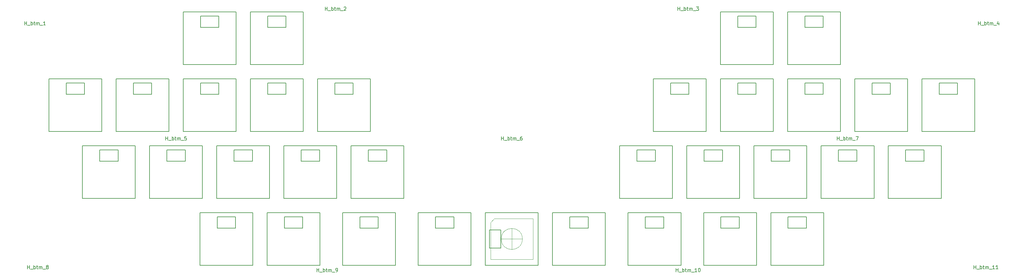
<source format=gbr>
G04 #@! TF.GenerationSoftware,KiCad,Pcbnew,8.0.5*
G04 #@! TF.CreationDate,2024-09-18T06:09:18+09:00*
G04 #@! TF.ProjectId,SandyLP_Base,53616e64-794c-4505-9f42-6173652e6b69,v.0*
G04 #@! TF.SameCoordinates,Original*
G04 #@! TF.FileFunction,AssemblyDrawing,Top*
%FSLAX46Y46*%
G04 Gerber Fmt 4.6, Leading zero omitted, Abs format (unit mm)*
G04 Created by KiCad (PCBNEW 8.0.5) date 2024-09-18 06:09:18*
%MOMM*%
%LPD*%
G01*
G04 APERTURE LIST*
%ADD10C,0.150000*%
%ADD11C,0.120000*%
G04 APERTURE END LIST*
D10*
X20967363Y-42295724D02*
X20967363Y-41295724D01*
X20967363Y-41771914D02*
X21538791Y-41771914D01*
X21538791Y-42295724D02*
X21538791Y-41295724D01*
X21776887Y-42390962D02*
X22538791Y-42390962D01*
X22776887Y-42295724D02*
X22776887Y-41295724D01*
X22776887Y-41676676D02*
X22872125Y-41629057D01*
X22872125Y-41629057D02*
X23062601Y-41629057D01*
X23062601Y-41629057D02*
X23157839Y-41676676D01*
X23157839Y-41676676D02*
X23205458Y-41724295D01*
X23205458Y-41724295D02*
X23253077Y-41819533D01*
X23253077Y-41819533D02*
X23253077Y-42105247D01*
X23253077Y-42105247D02*
X23205458Y-42200485D01*
X23205458Y-42200485D02*
X23157839Y-42248105D01*
X23157839Y-42248105D02*
X23062601Y-42295724D01*
X23062601Y-42295724D02*
X22872125Y-42295724D01*
X22872125Y-42295724D02*
X22776887Y-42248105D01*
X23538792Y-41629057D02*
X23919744Y-41629057D01*
X23681649Y-41295724D02*
X23681649Y-42152866D01*
X23681649Y-42152866D02*
X23729268Y-42248105D01*
X23729268Y-42248105D02*
X23824506Y-42295724D01*
X23824506Y-42295724D02*
X23919744Y-42295724D01*
X24253078Y-42295724D02*
X24253078Y-41629057D01*
X24253078Y-41724295D02*
X24300697Y-41676676D01*
X24300697Y-41676676D02*
X24395935Y-41629057D01*
X24395935Y-41629057D02*
X24538792Y-41629057D01*
X24538792Y-41629057D02*
X24634030Y-41676676D01*
X24634030Y-41676676D02*
X24681649Y-41771914D01*
X24681649Y-41771914D02*
X24681649Y-42295724D01*
X24681649Y-41771914D02*
X24729268Y-41676676D01*
X24729268Y-41676676D02*
X24824506Y-41629057D01*
X24824506Y-41629057D02*
X24967363Y-41629057D01*
X24967363Y-41629057D02*
X25062602Y-41676676D01*
X25062602Y-41676676D02*
X25110221Y-41771914D01*
X25110221Y-41771914D02*
X25110221Y-42295724D01*
X25348316Y-42390962D02*
X26110220Y-42390962D01*
X26872125Y-42295724D02*
X26300697Y-42295724D01*
X26586411Y-42295724D02*
X26586411Y-41295724D01*
X26586411Y-41295724D02*
X26491173Y-41438581D01*
X26491173Y-41438581D02*
X26395935Y-41533819D01*
X26395935Y-41533819D02*
X26300697Y-41581438D01*
X106236113Y-38173849D02*
X106236113Y-37173849D01*
X106236113Y-37650039D02*
X106807541Y-37650039D01*
X106807541Y-38173849D02*
X106807541Y-37173849D01*
X107045637Y-38269087D02*
X107807541Y-38269087D01*
X108045637Y-38173849D02*
X108045637Y-37173849D01*
X108045637Y-37554801D02*
X108140875Y-37507182D01*
X108140875Y-37507182D02*
X108331351Y-37507182D01*
X108331351Y-37507182D02*
X108426589Y-37554801D01*
X108426589Y-37554801D02*
X108474208Y-37602420D01*
X108474208Y-37602420D02*
X108521827Y-37697658D01*
X108521827Y-37697658D02*
X108521827Y-37983372D01*
X108521827Y-37983372D02*
X108474208Y-38078610D01*
X108474208Y-38078610D02*
X108426589Y-38126230D01*
X108426589Y-38126230D02*
X108331351Y-38173849D01*
X108331351Y-38173849D02*
X108140875Y-38173849D01*
X108140875Y-38173849D02*
X108045637Y-38126230D01*
X108807542Y-37507182D02*
X109188494Y-37507182D01*
X108950399Y-37173849D02*
X108950399Y-38030991D01*
X108950399Y-38030991D02*
X108998018Y-38126230D01*
X108998018Y-38126230D02*
X109093256Y-38173849D01*
X109093256Y-38173849D02*
X109188494Y-38173849D01*
X109521828Y-38173849D02*
X109521828Y-37507182D01*
X109521828Y-37602420D02*
X109569447Y-37554801D01*
X109569447Y-37554801D02*
X109664685Y-37507182D01*
X109664685Y-37507182D02*
X109807542Y-37507182D01*
X109807542Y-37507182D02*
X109902780Y-37554801D01*
X109902780Y-37554801D02*
X109950399Y-37650039D01*
X109950399Y-37650039D02*
X109950399Y-38173849D01*
X109950399Y-37650039D02*
X109998018Y-37554801D01*
X109998018Y-37554801D02*
X110093256Y-37507182D01*
X110093256Y-37507182D02*
X110236113Y-37507182D01*
X110236113Y-37507182D02*
X110331352Y-37554801D01*
X110331352Y-37554801D02*
X110378971Y-37650039D01*
X110378971Y-37650039D02*
X110378971Y-38173849D01*
X110617066Y-38269087D02*
X111378970Y-38269087D01*
X111569447Y-37269087D02*
X111617066Y-37221468D01*
X111617066Y-37221468D02*
X111712304Y-37173849D01*
X111712304Y-37173849D02*
X111950399Y-37173849D01*
X111950399Y-37173849D02*
X112045637Y-37221468D01*
X112045637Y-37221468D02*
X112093256Y-37269087D01*
X112093256Y-37269087D02*
X112140875Y-37364325D01*
X112140875Y-37364325D02*
X112140875Y-37459563D01*
X112140875Y-37459563D02*
X112093256Y-37602420D01*
X112093256Y-37602420D02*
X111521828Y-38173849D01*
X111521828Y-38173849D02*
X112140875Y-38173849D01*
X206248613Y-38173849D02*
X206248613Y-37173849D01*
X206248613Y-37650039D02*
X206820041Y-37650039D01*
X206820041Y-38173849D02*
X206820041Y-37173849D01*
X207058137Y-38269087D02*
X207820041Y-38269087D01*
X208058137Y-38173849D02*
X208058137Y-37173849D01*
X208058137Y-37554801D02*
X208153375Y-37507182D01*
X208153375Y-37507182D02*
X208343851Y-37507182D01*
X208343851Y-37507182D02*
X208439089Y-37554801D01*
X208439089Y-37554801D02*
X208486708Y-37602420D01*
X208486708Y-37602420D02*
X208534327Y-37697658D01*
X208534327Y-37697658D02*
X208534327Y-37983372D01*
X208534327Y-37983372D02*
X208486708Y-38078610D01*
X208486708Y-38078610D02*
X208439089Y-38126230D01*
X208439089Y-38126230D02*
X208343851Y-38173849D01*
X208343851Y-38173849D02*
X208153375Y-38173849D01*
X208153375Y-38173849D02*
X208058137Y-38126230D01*
X208820042Y-37507182D02*
X209200994Y-37507182D01*
X208962899Y-37173849D02*
X208962899Y-38030991D01*
X208962899Y-38030991D02*
X209010518Y-38126230D01*
X209010518Y-38126230D02*
X209105756Y-38173849D01*
X209105756Y-38173849D02*
X209200994Y-38173849D01*
X209534328Y-38173849D02*
X209534328Y-37507182D01*
X209534328Y-37602420D02*
X209581947Y-37554801D01*
X209581947Y-37554801D02*
X209677185Y-37507182D01*
X209677185Y-37507182D02*
X209820042Y-37507182D01*
X209820042Y-37507182D02*
X209915280Y-37554801D01*
X209915280Y-37554801D02*
X209962899Y-37650039D01*
X209962899Y-37650039D02*
X209962899Y-38173849D01*
X209962899Y-37650039D02*
X210010518Y-37554801D01*
X210010518Y-37554801D02*
X210105756Y-37507182D01*
X210105756Y-37507182D02*
X210248613Y-37507182D01*
X210248613Y-37507182D02*
X210343852Y-37554801D01*
X210343852Y-37554801D02*
X210391471Y-37650039D01*
X210391471Y-37650039D02*
X210391471Y-38173849D01*
X210629566Y-38269087D02*
X211391470Y-38269087D01*
X211534328Y-37173849D02*
X212153375Y-37173849D01*
X212153375Y-37173849D02*
X211820042Y-37554801D01*
X211820042Y-37554801D02*
X211962899Y-37554801D01*
X211962899Y-37554801D02*
X212058137Y-37602420D01*
X212058137Y-37602420D02*
X212105756Y-37650039D01*
X212105756Y-37650039D02*
X212153375Y-37745277D01*
X212153375Y-37745277D02*
X212153375Y-37983372D01*
X212153375Y-37983372D02*
X212105756Y-38078610D01*
X212105756Y-38078610D02*
X212058137Y-38126230D01*
X212058137Y-38126230D02*
X211962899Y-38173849D01*
X211962899Y-38173849D02*
X211677185Y-38173849D01*
X211677185Y-38173849D02*
X211581947Y-38126230D01*
X211581947Y-38126230D02*
X211534328Y-38078610D01*
X291517363Y-42295724D02*
X291517363Y-41295724D01*
X291517363Y-41771914D02*
X292088791Y-41771914D01*
X292088791Y-42295724D02*
X292088791Y-41295724D01*
X292326887Y-42390962D02*
X293088791Y-42390962D01*
X293326887Y-42295724D02*
X293326887Y-41295724D01*
X293326887Y-41676676D02*
X293422125Y-41629057D01*
X293422125Y-41629057D02*
X293612601Y-41629057D01*
X293612601Y-41629057D02*
X293707839Y-41676676D01*
X293707839Y-41676676D02*
X293755458Y-41724295D01*
X293755458Y-41724295D02*
X293803077Y-41819533D01*
X293803077Y-41819533D02*
X293803077Y-42105247D01*
X293803077Y-42105247D02*
X293755458Y-42200485D01*
X293755458Y-42200485D02*
X293707839Y-42248105D01*
X293707839Y-42248105D02*
X293612601Y-42295724D01*
X293612601Y-42295724D02*
X293422125Y-42295724D01*
X293422125Y-42295724D02*
X293326887Y-42248105D01*
X294088792Y-41629057D02*
X294469744Y-41629057D01*
X294231649Y-41295724D02*
X294231649Y-42152866D01*
X294231649Y-42152866D02*
X294279268Y-42248105D01*
X294279268Y-42248105D02*
X294374506Y-42295724D01*
X294374506Y-42295724D02*
X294469744Y-42295724D01*
X294803078Y-42295724D02*
X294803078Y-41629057D01*
X294803078Y-41724295D02*
X294850697Y-41676676D01*
X294850697Y-41676676D02*
X294945935Y-41629057D01*
X294945935Y-41629057D02*
X295088792Y-41629057D01*
X295088792Y-41629057D02*
X295184030Y-41676676D01*
X295184030Y-41676676D02*
X295231649Y-41771914D01*
X295231649Y-41771914D02*
X295231649Y-42295724D01*
X295231649Y-41771914D02*
X295279268Y-41676676D01*
X295279268Y-41676676D02*
X295374506Y-41629057D01*
X295374506Y-41629057D02*
X295517363Y-41629057D01*
X295517363Y-41629057D02*
X295612602Y-41676676D01*
X295612602Y-41676676D02*
X295660221Y-41771914D01*
X295660221Y-41771914D02*
X295660221Y-42295724D01*
X295898316Y-42390962D02*
X296660220Y-42390962D01*
X297326887Y-41629057D02*
X297326887Y-42295724D01*
X297088792Y-41248105D02*
X296850697Y-41962390D01*
X296850697Y-41962390D02*
X297469744Y-41962390D01*
X103854863Y-112542599D02*
X103854863Y-111542599D01*
X103854863Y-112018789D02*
X104426291Y-112018789D01*
X104426291Y-112542599D02*
X104426291Y-111542599D01*
X104664387Y-112637837D02*
X105426291Y-112637837D01*
X105664387Y-112542599D02*
X105664387Y-111542599D01*
X105664387Y-111923551D02*
X105759625Y-111875932D01*
X105759625Y-111875932D02*
X105950101Y-111875932D01*
X105950101Y-111875932D02*
X106045339Y-111923551D01*
X106045339Y-111923551D02*
X106092958Y-111971170D01*
X106092958Y-111971170D02*
X106140577Y-112066408D01*
X106140577Y-112066408D02*
X106140577Y-112352122D01*
X106140577Y-112352122D02*
X106092958Y-112447360D01*
X106092958Y-112447360D02*
X106045339Y-112494980D01*
X106045339Y-112494980D02*
X105950101Y-112542599D01*
X105950101Y-112542599D02*
X105759625Y-112542599D01*
X105759625Y-112542599D02*
X105664387Y-112494980D01*
X106426292Y-111875932D02*
X106807244Y-111875932D01*
X106569149Y-111542599D02*
X106569149Y-112399741D01*
X106569149Y-112399741D02*
X106616768Y-112494980D01*
X106616768Y-112494980D02*
X106712006Y-112542599D01*
X106712006Y-112542599D02*
X106807244Y-112542599D01*
X107140578Y-112542599D02*
X107140578Y-111875932D01*
X107140578Y-111971170D02*
X107188197Y-111923551D01*
X107188197Y-111923551D02*
X107283435Y-111875932D01*
X107283435Y-111875932D02*
X107426292Y-111875932D01*
X107426292Y-111875932D02*
X107521530Y-111923551D01*
X107521530Y-111923551D02*
X107569149Y-112018789D01*
X107569149Y-112018789D02*
X107569149Y-112542599D01*
X107569149Y-112018789D02*
X107616768Y-111923551D01*
X107616768Y-111923551D02*
X107712006Y-111875932D01*
X107712006Y-111875932D02*
X107854863Y-111875932D01*
X107854863Y-111875932D02*
X107950102Y-111923551D01*
X107950102Y-111923551D02*
X107997721Y-112018789D01*
X107997721Y-112018789D02*
X107997721Y-112542599D01*
X108235816Y-112637837D02*
X108997720Y-112637837D01*
X109283435Y-112542599D02*
X109473911Y-112542599D01*
X109473911Y-112542599D02*
X109569149Y-112494980D01*
X109569149Y-112494980D02*
X109616768Y-112447360D01*
X109616768Y-112447360D02*
X109712006Y-112304503D01*
X109712006Y-112304503D02*
X109759625Y-112114027D01*
X109759625Y-112114027D02*
X109759625Y-111733075D01*
X109759625Y-111733075D02*
X109712006Y-111637837D01*
X109712006Y-111637837D02*
X109664387Y-111590218D01*
X109664387Y-111590218D02*
X109569149Y-111542599D01*
X109569149Y-111542599D02*
X109378673Y-111542599D01*
X109378673Y-111542599D02*
X109283435Y-111590218D01*
X109283435Y-111590218D02*
X109235816Y-111637837D01*
X109235816Y-111637837D02*
X109188197Y-111733075D01*
X109188197Y-111733075D02*
X109188197Y-111971170D01*
X109188197Y-111971170D02*
X109235816Y-112066408D01*
X109235816Y-112066408D02*
X109283435Y-112114027D01*
X109283435Y-112114027D02*
X109378673Y-112161646D01*
X109378673Y-112161646D02*
X109569149Y-112161646D01*
X109569149Y-112161646D02*
X109664387Y-112114027D01*
X109664387Y-112114027D02*
X109712006Y-112066408D01*
X109712006Y-112066408D02*
X109759625Y-111971170D01*
X21767363Y-111742599D02*
X21767363Y-110742599D01*
X21767363Y-111218789D02*
X22338791Y-111218789D01*
X22338791Y-111742599D02*
X22338791Y-110742599D01*
X22576887Y-111837837D02*
X23338791Y-111837837D01*
X23576887Y-111742599D02*
X23576887Y-110742599D01*
X23576887Y-111123551D02*
X23672125Y-111075932D01*
X23672125Y-111075932D02*
X23862601Y-111075932D01*
X23862601Y-111075932D02*
X23957839Y-111123551D01*
X23957839Y-111123551D02*
X24005458Y-111171170D01*
X24005458Y-111171170D02*
X24053077Y-111266408D01*
X24053077Y-111266408D02*
X24053077Y-111552122D01*
X24053077Y-111552122D02*
X24005458Y-111647360D01*
X24005458Y-111647360D02*
X23957839Y-111694980D01*
X23957839Y-111694980D02*
X23862601Y-111742599D01*
X23862601Y-111742599D02*
X23672125Y-111742599D01*
X23672125Y-111742599D02*
X23576887Y-111694980D01*
X24338792Y-111075932D02*
X24719744Y-111075932D01*
X24481649Y-110742599D02*
X24481649Y-111599741D01*
X24481649Y-111599741D02*
X24529268Y-111694980D01*
X24529268Y-111694980D02*
X24624506Y-111742599D01*
X24624506Y-111742599D02*
X24719744Y-111742599D01*
X25053078Y-111742599D02*
X25053078Y-111075932D01*
X25053078Y-111171170D02*
X25100697Y-111123551D01*
X25100697Y-111123551D02*
X25195935Y-111075932D01*
X25195935Y-111075932D02*
X25338792Y-111075932D01*
X25338792Y-111075932D02*
X25434030Y-111123551D01*
X25434030Y-111123551D02*
X25481649Y-111218789D01*
X25481649Y-111218789D02*
X25481649Y-111742599D01*
X25481649Y-111218789D02*
X25529268Y-111123551D01*
X25529268Y-111123551D02*
X25624506Y-111075932D01*
X25624506Y-111075932D02*
X25767363Y-111075932D01*
X25767363Y-111075932D02*
X25862602Y-111123551D01*
X25862602Y-111123551D02*
X25910221Y-111218789D01*
X25910221Y-111218789D02*
X25910221Y-111742599D01*
X26148316Y-111837837D02*
X26910220Y-111837837D01*
X27291173Y-111171170D02*
X27195935Y-111123551D01*
X27195935Y-111123551D02*
X27148316Y-111075932D01*
X27148316Y-111075932D02*
X27100697Y-110980694D01*
X27100697Y-110980694D02*
X27100697Y-110933075D01*
X27100697Y-110933075D02*
X27148316Y-110837837D01*
X27148316Y-110837837D02*
X27195935Y-110790218D01*
X27195935Y-110790218D02*
X27291173Y-110742599D01*
X27291173Y-110742599D02*
X27481649Y-110742599D01*
X27481649Y-110742599D02*
X27576887Y-110790218D01*
X27576887Y-110790218D02*
X27624506Y-110837837D01*
X27624506Y-110837837D02*
X27672125Y-110933075D01*
X27672125Y-110933075D02*
X27672125Y-110980694D01*
X27672125Y-110980694D02*
X27624506Y-111075932D01*
X27624506Y-111075932D02*
X27576887Y-111123551D01*
X27576887Y-111123551D02*
X27481649Y-111171170D01*
X27481649Y-111171170D02*
X27291173Y-111171170D01*
X27291173Y-111171170D02*
X27195935Y-111218789D01*
X27195935Y-111218789D02*
X27148316Y-111266408D01*
X27148316Y-111266408D02*
X27100697Y-111361646D01*
X27100697Y-111361646D02*
X27100697Y-111552122D01*
X27100697Y-111552122D02*
X27148316Y-111647360D01*
X27148316Y-111647360D02*
X27195935Y-111694980D01*
X27195935Y-111694980D02*
X27291173Y-111742599D01*
X27291173Y-111742599D02*
X27481649Y-111742599D01*
X27481649Y-111742599D02*
X27576887Y-111694980D01*
X27576887Y-111694980D02*
X27624506Y-111647360D01*
X27624506Y-111647360D02*
X27672125Y-111552122D01*
X27672125Y-111552122D02*
X27672125Y-111361646D01*
X27672125Y-111361646D02*
X27624506Y-111266408D01*
X27624506Y-111266408D02*
X27576887Y-111218789D01*
X27576887Y-111218789D02*
X27481649Y-111171170D01*
X290241173Y-111742599D02*
X290241173Y-110742599D01*
X290241173Y-111218789D02*
X290812601Y-111218789D01*
X290812601Y-111742599D02*
X290812601Y-110742599D01*
X291050697Y-111837837D02*
X291812601Y-111837837D01*
X292050697Y-111742599D02*
X292050697Y-110742599D01*
X292050697Y-111123551D02*
X292145935Y-111075932D01*
X292145935Y-111075932D02*
X292336411Y-111075932D01*
X292336411Y-111075932D02*
X292431649Y-111123551D01*
X292431649Y-111123551D02*
X292479268Y-111171170D01*
X292479268Y-111171170D02*
X292526887Y-111266408D01*
X292526887Y-111266408D02*
X292526887Y-111552122D01*
X292526887Y-111552122D02*
X292479268Y-111647360D01*
X292479268Y-111647360D02*
X292431649Y-111694980D01*
X292431649Y-111694980D02*
X292336411Y-111742599D01*
X292336411Y-111742599D02*
X292145935Y-111742599D01*
X292145935Y-111742599D02*
X292050697Y-111694980D01*
X292812602Y-111075932D02*
X293193554Y-111075932D01*
X292955459Y-110742599D02*
X292955459Y-111599741D01*
X292955459Y-111599741D02*
X293003078Y-111694980D01*
X293003078Y-111694980D02*
X293098316Y-111742599D01*
X293098316Y-111742599D02*
X293193554Y-111742599D01*
X293526888Y-111742599D02*
X293526888Y-111075932D01*
X293526888Y-111171170D02*
X293574507Y-111123551D01*
X293574507Y-111123551D02*
X293669745Y-111075932D01*
X293669745Y-111075932D02*
X293812602Y-111075932D01*
X293812602Y-111075932D02*
X293907840Y-111123551D01*
X293907840Y-111123551D02*
X293955459Y-111218789D01*
X293955459Y-111218789D02*
X293955459Y-111742599D01*
X293955459Y-111218789D02*
X294003078Y-111123551D01*
X294003078Y-111123551D02*
X294098316Y-111075932D01*
X294098316Y-111075932D02*
X294241173Y-111075932D01*
X294241173Y-111075932D02*
X294336412Y-111123551D01*
X294336412Y-111123551D02*
X294384031Y-111218789D01*
X294384031Y-111218789D02*
X294384031Y-111742599D01*
X294622126Y-111837837D02*
X295384030Y-111837837D01*
X296145935Y-111742599D02*
X295574507Y-111742599D01*
X295860221Y-111742599D02*
X295860221Y-110742599D01*
X295860221Y-110742599D02*
X295764983Y-110885456D01*
X295764983Y-110885456D02*
X295669745Y-110980694D01*
X295669745Y-110980694D02*
X295574507Y-111028313D01*
X297098316Y-111742599D02*
X296526888Y-111742599D01*
X296812602Y-111742599D02*
X296812602Y-110742599D01*
X296812602Y-110742599D02*
X296717364Y-110885456D01*
X296717364Y-110885456D02*
X296622126Y-110980694D01*
X296622126Y-110980694D02*
X296526888Y-111028313D01*
X60992363Y-75083224D02*
X60992363Y-74083224D01*
X60992363Y-74559414D02*
X61563791Y-74559414D01*
X61563791Y-75083224D02*
X61563791Y-74083224D01*
X61801887Y-75178462D02*
X62563791Y-75178462D01*
X62801887Y-75083224D02*
X62801887Y-74083224D01*
X62801887Y-74464176D02*
X62897125Y-74416557D01*
X62897125Y-74416557D02*
X63087601Y-74416557D01*
X63087601Y-74416557D02*
X63182839Y-74464176D01*
X63182839Y-74464176D02*
X63230458Y-74511795D01*
X63230458Y-74511795D02*
X63278077Y-74607033D01*
X63278077Y-74607033D02*
X63278077Y-74892747D01*
X63278077Y-74892747D02*
X63230458Y-74987985D01*
X63230458Y-74987985D02*
X63182839Y-75035605D01*
X63182839Y-75035605D02*
X63087601Y-75083224D01*
X63087601Y-75083224D02*
X62897125Y-75083224D01*
X62897125Y-75083224D02*
X62801887Y-75035605D01*
X63563792Y-74416557D02*
X63944744Y-74416557D01*
X63706649Y-74083224D02*
X63706649Y-74940366D01*
X63706649Y-74940366D02*
X63754268Y-75035605D01*
X63754268Y-75035605D02*
X63849506Y-75083224D01*
X63849506Y-75083224D02*
X63944744Y-75083224D01*
X64278078Y-75083224D02*
X64278078Y-74416557D01*
X64278078Y-74511795D02*
X64325697Y-74464176D01*
X64325697Y-74464176D02*
X64420935Y-74416557D01*
X64420935Y-74416557D02*
X64563792Y-74416557D01*
X64563792Y-74416557D02*
X64659030Y-74464176D01*
X64659030Y-74464176D02*
X64706649Y-74559414D01*
X64706649Y-74559414D02*
X64706649Y-75083224D01*
X64706649Y-74559414D02*
X64754268Y-74464176D01*
X64754268Y-74464176D02*
X64849506Y-74416557D01*
X64849506Y-74416557D02*
X64992363Y-74416557D01*
X64992363Y-74416557D02*
X65087602Y-74464176D01*
X65087602Y-74464176D02*
X65135221Y-74559414D01*
X65135221Y-74559414D02*
X65135221Y-75083224D01*
X65373316Y-75178462D02*
X66135220Y-75178462D01*
X66849506Y-74083224D02*
X66373316Y-74083224D01*
X66373316Y-74083224D02*
X66325697Y-74559414D01*
X66325697Y-74559414D02*
X66373316Y-74511795D01*
X66373316Y-74511795D02*
X66468554Y-74464176D01*
X66468554Y-74464176D02*
X66706649Y-74464176D01*
X66706649Y-74464176D02*
X66801887Y-74511795D01*
X66801887Y-74511795D02*
X66849506Y-74559414D01*
X66849506Y-74559414D02*
X66897125Y-74654652D01*
X66897125Y-74654652D02*
X66897125Y-74892747D01*
X66897125Y-74892747D02*
X66849506Y-74987985D01*
X66849506Y-74987985D02*
X66801887Y-75035605D01*
X66801887Y-75035605D02*
X66706649Y-75083224D01*
X66706649Y-75083224D02*
X66468554Y-75083224D01*
X66468554Y-75083224D02*
X66373316Y-75035605D01*
X66373316Y-75035605D02*
X66325697Y-74987985D01*
X251492363Y-75083224D02*
X251492363Y-74083224D01*
X251492363Y-74559414D02*
X252063791Y-74559414D01*
X252063791Y-75083224D02*
X252063791Y-74083224D01*
X252301887Y-75178462D02*
X253063791Y-75178462D01*
X253301887Y-75083224D02*
X253301887Y-74083224D01*
X253301887Y-74464176D02*
X253397125Y-74416557D01*
X253397125Y-74416557D02*
X253587601Y-74416557D01*
X253587601Y-74416557D02*
X253682839Y-74464176D01*
X253682839Y-74464176D02*
X253730458Y-74511795D01*
X253730458Y-74511795D02*
X253778077Y-74607033D01*
X253778077Y-74607033D02*
X253778077Y-74892747D01*
X253778077Y-74892747D02*
X253730458Y-74987985D01*
X253730458Y-74987985D02*
X253682839Y-75035605D01*
X253682839Y-75035605D02*
X253587601Y-75083224D01*
X253587601Y-75083224D02*
X253397125Y-75083224D01*
X253397125Y-75083224D02*
X253301887Y-75035605D01*
X254063792Y-74416557D02*
X254444744Y-74416557D01*
X254206649Y-74083224D02*
X254206649Y-74940366D01*
X254206649Y-74940366D02*
X254254268Y-75035605D01*
X254254268Y-75035605D02*
X254349506Y-75083224D01*
X254349506Y-75083224D02*
X254444744Y-75083224D01*
X254778078Y-75083224D02*
X254778078Y-74416557D01*
X254778078Y-74511795D02*
X254825697Y-74464176D01*
X254825697Y-74464176D02*
X254920935Y-74416557D01*
X254920935Y-74416557D02*
X255063792Y-74416557D01*
X255063792Y-74416557D02*
X255159030Y-74464176D01*
X255159030Y-74464176D02*
X255206649Y-74559414D01*
X255206649Y-74559414D02*
X255206649Y-75083224D01*
X255206649Y-74559414D02*
X255254268Y-74464176D01*
X255254268Y-74464176D02*
X255349506Y-74416557D01*
X255349506Y-74416557D02*
X255492363Y-74416557D01*
X255492363Y-74416557D02*
X255587602Y-74464176D01*
X255587602Y-74464176D02*
X255635221Y-74559414D01*
X255635221Y-74559414D02*
X255635221Y-75083224D01*
X255873316Y-75178462D02*
X256635220Y-75178462D01*
X256778078Y-74083224D02*
X257444744Y-74083224D01*
X257444744Y-74083224D02*
X257016173Y-75083224D01*
X156242363Y-75083224D02*
X156242363Y-74083224D01*
X156242363Y-74559414D02*
X156813791Y-74559414D01*
X156813791Y-75083224D02*
X156813791Y-74083224D01*
X157051887Y-75178462D02*
X157813791Y-75178462D01*
X158051887Y-75083224D02*
X158051887Y-74083224D01*
X158051887Y-74464176D02*
X158147125Y-74416557D01*
X158147125Y-74416557D02*
X158337601Y-74416557D01*
X158337601Y-74416557D02*
X158432839Y-74464176D01*
X158432839Y-74464176D02*
X158480458Y-74511795D01*
X158480458Y-74511795D02*
X158528077Y-74607033D01*
X158528077Y-74607033D02*
X158528077Y-74892747D01*
X158528077Y-74892747D02*
X158480458Y-74987985D01*
X158480458Y-74987985D02*
X158432839Y-75035605D01*
X158432839Y-75035605D02*
X158337601Y-75083224D01*
X158337601Y-75083224D02*
X158147125Y-75083224D01*
X158147125Y-75083224D02*
X158051887Y-75035605D01*
X158813792Y-74416557D02*
X159194744Y-74416557D01*
X158956649Y-74083224D02*
X158956649Y-74940366D01*
X158956649Y-74940366D02*
X159004268Y-75035605D01*
X159004268Y-75035605D02*
X159099506Y-75083224D01*
X159099506Y-75083224D02*
X159194744Y-75083224D01*
X159528078Y-75083224D02*
X159528078Y-74416557D01*
X159528078Y-74511795D02*
X159575697Y-74464176D01*
X159575697Y-74464176D02*
X159670935Y-74416557D01*
X159670935Y-74416557D02*
X159813792Y-74416557D01*
X159813792Y-74416557D02*
X159909030Y-74464176D01*
X159909030Y-74464176D02*
X159956649Y-74559414D01*
X159956649Y-74559414D02*
X159956649Y-75083224D01*
X159956649Y-74559414D02*
X160004268Y-74464176D01*
X160004268Y-74464176D02*
X160099506Y-74416557D01*
X160099506Y-74416557D02*
X160242363Y-74416557D01*
X160242363Y-74416557D02*
X160337602Y-74464176D01*
X160337602Y-74464176D02*
X160385221Y-74559414D01*
X160385221Y-74559414D02*
X160385221Y-75083224D01*
X160623316Y-75178462D02*
X161385220Y-75178462D01*
X162051887Y-74083224D02*
X161861411Y-74083224D01*
X161861411Y-74083224D02*
X161766173Y-74130843D01*
X161766173Y-74130843D02*
X161718554Y-74178462D01*
X161718554Y-74178462D02*
X161623316Y-74321319D01*
X161623316Y-74321319D02*
X161575697Y-74511795D01*
X161575697Y-74511795D02*
X161575697Y-74892747D01*
X161575697Y-74892747D02*
X161623316Y-74987985D01*
X161623316Y-74987985D02*
X161670935Y-75035605D01*
X161670935Y-75035605D02*
X161766173Y-75083224D01*
X161766173Y-75083224D02*
X161956649Y-75083224D01*
X161956649Y-75083224D02*
X162051887Y-75035605D01*
X162051887Y-75035605D02*
X162099506Y-74987985D01*
X162099506Y-74987985D02*
X162147125Y-74892747D01*
X162147125Y-74892747D02*
X162147125Y-74654652D01*
X162147125Y-74654652D02*
X162099506Y-74559414D01*
X162099506Y-74559414D02*
X162051887Y-74511795D01*
X162051887Y-74511795D02*
X161956649Y-74464176D01*
X161956649Y-74464176D02*
X161766173Y-74464176D01*
X161766173Y-74464176D02*
X161670935Y-74511795D01*
X161670935Y-74511795D02*
X161623316Y-74559414D01*
X161623316Y-74559414D02*
X161575697Y-74654652D01*
X205772423Y-112542599D02*
X205772423Y-111542599D01*
X205772423Y-112018789D02*
X206343851Y-112018789D01*
X206343851Y-112542599D02*
X206343851Y-111542599D01*
X206581947Y-112637837D02*
X207343851Y-112637837D01*
X207581947Y-112542599D02*
X207581947Y-111542599D01*
X207581947Y-111923551D02*
X207677185Y-111875932D01*
X207677185Y-111875932D02*
X207867661Y-111875932D01*
X207867661Y-111875932D02*
X207962899Y-111923551D01*
X207962899Y-111923551D02*
X208010518Y-111971170D01*
X208010518Y-111971170D02*
X208058137Y-112066408D01*
X208058137Y-112066408D02*
X208058137Y-112352122D01*
X208058137Y-112352122D02*
X208010518Y-112447360D01*
X208010518Y-112447360D02*
X207962899Y-112494980D01*
X207962899Y-112494980D02*
X207867661Y-112542599D01*
X207867661Y-112542599D02*
X207677185Y-112542599D01*
X207677185Y-112542599D02*
X207581947Y-112494980D01*
X208343852Y-111875932D02*
X208724804Y-111875932D01*
X208486709Y-111542599D02*
X208486709Y-112399741D01*
X208486709Y-112399741D02*
X208534328Y-112494980D01*
X208534328Y-112494980D02*
X208629566Y-112542599D01*
X208629566Y-112542599D02*
X208724804Y-112542599D01*
X209058138Y-112542599D02*
X209058138Y-111875932D01*
X209058138Y-111971170D02*
X209105757Y-111923551D01*
X209105757Y-111923551D02*
X209200995Y-111875932D01*
X209200995Y-111875932D02*
X209343852Y-111875932D01*
X209343852Y-111875932D02*
X209439090Y-111923551D01*
X209439090Y-111923551D02*
X209486709Y-112018789D01*
X209486709Y-112018789D02*
X209486709Y-112542599D01*
X209486709Y-112018789D02*
X209534328Y-111923551D01*
X209534328Y-111923551D02*
X209629566Y-111875932D01*
X209629566Y-111875932D02*
X209772423Y-111875932D01*
X209772423Y-111875932D02*
X209867662Y-111923551D01*
X209867662Y-111923551D02*
X209915281Y-112018789D01*
X209915281Y-112018789D02*
X209915281Y-112542599D01*
X210153376Y-112637837D02*
X210915280Y-112637837D01*
X211677185Y-112542599D02*
X211105757Y-112542599D01*
X211391471Y-112542599D02*
X211391471Y-111542599D01*
X211391471Y-111542599D02*
X211296233Y-111685456D01*
X211296233Y-111685456D02*
X211200995Y-111780694D01*
X211200995Y-111780694D02*
X211105757Y-111828313D01*
X212296233Y-111542599D02*
X212391471Y-111542599D01*
X212391471Y-111542599D02*
X212486709Y-111590218D01*
X212486709Y-111590218D02*
X212534328Y-111637837D01*
X212534328Y-111637837D02*
X212581947Y-111733075D01*
X212581947Y-111733075D02*
X212629566Y-111923551D01*
X212629566Y-111923551D02*
X212629566Y-112161646D01*
X212629566Y-112161646D02*
X212581947Y-112352122D01*
X212581947Y-112352122D02*
X212534328Y-112447360D01*
X212534328Y-112447360D02*
X212486709Y-112494980D01*
X212486709Y-112494980D02*
X212391471Y-112542599D01*
X212391471Y-112542599D02*
X212296233Y-112542599D01*
X212296233Y-112542599D02*
X212200995Y-112494980D01*
X212200995Y-112494980D02*
X212153376Y-112447360D01*
X212153376Y-112447360D02*
X212105757Y-112352122D01*
X212105757Y-112352122D02*
X212058138Y-112161646D01*
X212058138Y-112161646D02*
X212058138Y-111923551D01*
X212058138Y-111923551D02*
X212105757Y-111733075D01*
X212105757Y-111733075D02*
X212153376Y-111637837D01*
X212153376Y-111637837D02*
X212200995Y-111590218D01*
X212200995Y-111590218D02*
X212296233Y-111542599D01*
X227871695Y-76653685D02*
X242871695Y-76653685D01*
X227871695Y-91653685D02*
X227871695Y-76653685D01*
X232771695Y-81053685D02*
X232771695Y-77853685D01*
X232771695Y-81053685D02*
X237971695Y-81053685D01*
X237971695Y-77853685D02*
X232771695Y-77853685D01*
X237971695Y-81053685D02*
X237971695Y-77853685D01*
X242871695Y-76653685D02*
X242871695Y-91653685D01*
X242871695Y-91653685D02*
X227871695Y-91653685D01*
X246921775Y-76653685D02*
X261921775Y-76653685D01*
X246921775Y-91653685D02*
X246921775Y-76653685D01*
X251821775Y-81053685D02*
X251821775Y-77853685D01*
X251821775Y-81053685D02*
X257021775Y-81053685D01*
X257021775Y-77853685D02*
X251821775Y-77853685D01*
X257021775Y-81053685D02*
X257021775Y-77853685D01*
X261921775Y-76653685D02*
X261921775Y-91653685D01*
X261921775Y-91653685D02*
X246921775Y-91653685D01*
X46895935Y-57603565D02*
X61895935Y-57603565D01*
X46895935Y-72603565D02*
X46895935Y-57603565D01*
X51795935Y-62003565D02*
X51795935Y-58803565D01*
X51795935Y-62003565D02*
X56995935Y-62003565D01*
X56995935Y-58803565D02*
X51795935Y-58803565D01*
X56995935Y-62003565D02*
X56995935Y-58803565D01*
X61895935Y-57603565D02*
X61895935Y-72603565D01*
X61895935Y-72603565D02*
X46895935Y-72603565D01*
X75470935Y-76653645D02*
X90470935Y-76653645D01*
X75470935Y-91653645D02*
X75470935Y-76653645D01*
X80370935Y-81053645D02*
X80370935Y-77853645D01*
X80370935Y-81053645D02*
X85570935Y-81053645D01*
X85570935Y-77853645D02*
X80370935Y-77853645D01*
X85570935Y-81053645D02*
X85570935Y-77853645D01*
X90470935Y-76653645D02*
X90470935Y-91653645D01*
X90470935Y-91653645D02*
X75470935Y-91653645D01*
X84995935Y-57603565D02*
X99995935Y-57603565D01*
X84995935Y-72603565D02*
X84995935Y-57603565D01*
X89895935Y-62003565D02*
X89895935Y-58803565D01*
X89895935Y-62003565D02*
X95095935Y-62003565D01*
X95095935Y-58803565D02*
X89895935Y-58803565D01*
X95095935Y-62003565D02*
X95095935Y-58803565D01*
X99995935Y-57603565D02*
X99995935Y-72603565D01*
X99995935Y-72603565D02*
X84995935Y-72603565D01*
X84995935Y-38553485D02*
X99995935Y-38553485D01*
X84995935Y-53553485D02*
X84995935Y-38553485D01*
X89895935Y-42953485D02*
X89895935Y-39753485D01*
X89895935Y-42953485D02*
X95095935Y-42953485D01*
X95095935Y-39753485D02*
X89895935Y-39753485D01*
X95095935Y-42953485D02*
X95095935Y-39753485D01*
X99995935Y-38553485D02*
X99995935Y-53553485D01*
X99995935Y-53553485D02*
X84995935Y-53553485D01*
X104045935Y-57603565D02*
X119045935Y-57603565D01*
X104045935Y-72603565D02*
X104045935Y-57603565D01*
X108945935Y-62003565D02*
X108945935Y-58803565D01*
X108945935Y-62003565D02*
X114145935Y-62003565D01*
X114145935Y-58803565D02*
X108945935Y-58803565D01*
X114145935Y-62003565D02*
X114145935Y-58803565D01*
X119045935Y-57603565D02*
X119045935Y-72603565D01*
X119045935Y-72603565D02*
X104045935Y-72603565D01*
X218346655Y-38553525D02*
X233346655Y-38553525D01*
X218346655Y-53553525D02*
X218346655Y-38553525D01*
X223246655Y-42953525D02*
X223246655Y-39753525D01*
X223246655Y-42953525D02*
X228446655Y-42953525D01*
X228446655Y-39753525D02*
X223246655Y-39753525D01*
X228446655Y-42953525D02*
X228446655Y-39753525D01*
X233346655Y-38553525D02*
X233346655Y-53553525D01*
X233346655Y-53553525D02*
X218346655Y-53553525D01*
X218346655Y-57603605D02*
X233346655Y-57603605D01*
X218346655Y-72603605D02*
X218346655Y-57603605D01*
X223246655Y-62003605D02*
X223246655Y-58803605D01*
X223246655Y-62003605D02*
X228446655Y-62003605D01*
X228446655Y-58803605D02*
X223246655Y-58803605D01*
X228446655Y-62003605D02*
X228446655Y-58803605D01*
X233346655Y-57603605D02*
X233346655Y-72603605D01*
X233346655Y-72603605D02*
X218346655Y-72603605D01*
X237396735Y-57603605D02*
X252396735Y-57603605D01*
X237396735Y-72603605D02*
X237396735Y-57603605D01*
X242296735Y-62003605D02*
X242296735Y-58803605D01*
X242296735Y-62003605D02*
X247496735Y-62003605D01*
X247496735Y-58803605D02*
X242296735Y-58803605D01*
X247496735Y-62003605D02*
X247496735Y-58803605D01*
X252396735Y-57603605D02*
X252396735Y-72603605D01*
X252396735Y-72603605D02*
X237396735Y-72603605D01*
X208821615Y-76653645D02*
X223821615Y-76653645D01*
X208821615Y-91653645D02*
X208821615Y-76653645D01*
X213721615Y-81053645D02*
X213721615Y-77853645D01*
X213721615Y-81053645D02*
X218921615Y-81053645D01*
X218921615Y-77853645D02*
X213721615Y-77853645D01*
X218921615Y-81053645D02*
X218921615Y-77853645D01*
X223821615Y-76653645D02*
X223821615Y-91653645D01*
X223821615Y-91653645D02*
X208821615Y-91653645D01*
X189771535Y-76653645D02*
X204771535Y-76653645D01*
X189771535Y-91653645D02*
X189771535Y-76653645D01*
X194671535Y-81053645D02*
X194671535Y-77853645D01*
X194671535Y-81053645D02*
X199871535Y-81053645D01*
X199871535Y-77853645D02*
X194671535Y-77853645D01*
X199871535Y-81053645D02*
X199871535Y-77853645D01*
X204771535Y-76653645D02*
X204771535Y-91653645D01*
X204771535Y-91653645D02*
X189771535Y-91653645D01*
X237396735Y-38553525D02*
X252396735Y-38553525D01*
X237396735Y-53553525D02*
X237396735Y-38553525D01*
X242296735Y-42953525D02*
X242296735Y-39753525D01*
X242296735Y-42953525D02*
X247496735Y-42953525D01*
X247496735Y-39753525D02*
X242296735Y-39753525D01*
X247496735Y-42953525D02*
X247496735Y-39753525D01*
X252396735Y-38553525D02*
X252396735Y-53553525D01*
X252396735Y-53553525D02*
X237396735Y-53553525D01*
X94520935Y-76653645D02*
X109520935Y-76653645D01*
X94520935Y-91653645D02*
X94520935Y-76653645D01*
X99420935Y-81053645D02*
X99420935Y-77853645D01*
X99420935Y-81053645D02*
X104620935Y-81053645D01*
X104620935Y-77853645D02*
X99420935Y-77853645D01*
X104620935Y-81053645D02*
X104620935Y-77853645D01*
X109520935Y-76653645D02*
X109520935Y-91653645D01*
X109520935Y-91653645D02*
X94520935Y-91653645D01*
X65945935Y-38553485D02*
X80945935Y-38553485D01*
X65945935Y-53553485D02*
X65945935Y-38553485D01*
X70845935Y-42953485D02*
X70845935Y-39753485D01*
X70845935Y-42953485D02*
X76045935Y-42953485D01*
X76045935Y-39753485D02*
X70845935Y-39753485D01*
X76045935Y-42953485D02*
X76045935Y-39753485D01*
X80945935Y-38553485D02*
X80945935Y-53553485D01*
X80945935Y-53553485D02*
X65945935Y-53553485D01*
X56420935Y-76653645D02*
X71420935Y-76653645D01*
X56420935Y-91653645D02*
X56420935Y-76653645D01*
X61320935Y-81053645D02*
X61320935Y-77853645D01*
X61320935Y-81053645D02*
X66520935Y-81053645D01*
X66520935Y-77853645D02*
X61320935Y-77853645D01*
X66520935Y-81053645D02*
X66520935Y-77853645D01*
X71420935Y-76653645D02*
X71420935Y-91653645D01*
X71420935Y-91653645D02*
X56420935Y-91653645D01*
X37370935Y-76653645D02*
X52370935Y-76653645D01*
X37370935Y-91653645D02*
X37370935Y-76653645D01*
X42270935Y-81053645D02*
X42270935Y-77853645D01*
X42270935Y-81053645D02*
X47470935Y-81053645D01*
X47470935Y-77853645D02*
X42270935Y-77853645D01*
X47470935Y-81053645D02*
X47470935Y-77853645D01*
X52370935Y-76653645D02*
X52370935Y-91653645D01*
X52370935Y-91653645D02*
X37370935Y-91653645D01*
X89758435Y-95703765D02*
X104758435Y-95703765D01*
X89758435Y-110703765D02*
X89758435Y-95703765D01*
X94658435Y-100103765D02*
X94658435Y-96903765D01*
X94658435Y-100103765D02*
X99858435Y-100103765D01*
X99858435Y-96903765D02*
X94658435Y-96903765D01*
X99858435Y-100103765D02*
X99858435Y-96903765D01*
X104758435Y-95703765D02*
X104758435Y-110703765D01*
X104758435Y-110703765D02*
X89758435Y-110703765D01*
X213583435Y-95703765D02*
X228583435Y-95703765D01*
X213583435Y-110703765D02*
X213583435Y-95703765D01*
X218483435Y-100103765D02*
X218483435Y-96903765D01*
X218483435Y-100103765D02*
X223683435Y-100103765D01*
X223683435Y-96903765D02*
X218483435Y-96903765D01*
X223683435Y-100103765D02*
X223683435Y-96903765D01*
X228583435Y-95703765D02*
X228583435Y-110703765D01*
X228583435Y-110703765D02*
X213583435Y-110703765D01*
X275495935Y-57603605D02*
X290495935Y-57603605D01*
X275495935Y-72603605D02*
X275495935Y-57603605D01*
X280395935Y-62003605D02*
X280395935Y-58803605D01*
X280395935Y-62003605D02*
X285595935Y-62003605D01*
X285595935Y-58803605D02*
X280395935Y-58803605D01*
X285595935Y-62003605D02*
X285595935Y-58803605D01*
X290495935Y-57603605D02*
X290495935Y-72603605D01*
X290495935Y-72603605D02*
X275495935Y-72603605D01*
X256445975Y-57603765D02*
X271445975Y-57603765D01*
X256445975Y-72603765D02*
X256445975Y-57603765D01*
X261345975Y-62003765D02*
X261345975Y-58803765D01*
X261345975Y-62003765D02*
X266545975Y-62003765D01*
X266545975Y-58803765D02*
X261345975Y-58803765D01*
X266545975Y-62003765D02*
X266545975Y-58803765D01*
X271445975Y-57603765D02*
X271445975Y-72603765D01*
X271445975Y-72603765D02*
X256445975Y-72603765D01*
X27845935Y-57603765D02*
X42845935Y-57603765D01*
X27845935Y-72603765D02*
X27845935Y-57603765D01*
X32745935Y-62003765D02*
X32745935Y-58803765D01*
X32745935Y-62003765D02*
X37945935Y-62003765D01*
X37945935Y-58803765D02*
X32745935Y-58803765D01*
X37945935Y-62003765D02*
X37945935Y-58803765D01*
X42845935Y-57603765D02*
X42845935Y-72603765D01*
X42845935Y-72603765D02*
X27845935Y-72603765D01*
X265972015Y-76653685D02*
X280972015Y-76653685D01*
X265972015Y-91653685D02*
X265972015Y-76653685D01*
X270872015Y-81053685D02*
X270872015Y-77853685D01*
X270872015Y-81053685D02*
X276072015Y-81053685D01*
X276072015Y-77853685D02*
X270872015Y-77853685D01*
X276072015Y-81053685D02*
X276072015Y-77853685D01*
X280972015Y-76653685D02*
X280972015Y-91653685D01*
X280972015Y-91653685D02*
X265972015Y-91653685D01*
X65945935Y-57603565D02*
X80945935Y-57603565D01*
X65945935Y-72603565D02*
X65945935Y-57603565D01*
X70845935Y-62003565D02*
X70845935Y-58803565D01*
X70845935Y-62003565D02*
X76045935Y-62003565D01*
X76045935Y-58803565D02*
X70845935Y-58803565D01*
X76045935Y-62003565D02*
X76045935Y-58803565D01*
X80945935Y-57603565D02*
X80945935Y-72603565D01*
X80945935Y-72603565D02*
X65945935Y-72603565D01*
X70708434Y-95703765D02*
X85708434Y-95703765D01*
X70708434Y-110703765D02*
X70708434Y-95703765D01*
X75608434Y-100103765D02*
X75608434Y-96903765D01*
X75608434Y-100103765D02*
X80808434Y-100103765D01*
X80808434Y-96903765D02*
X75608434Y-96903765D01*
X80808434Y-100103765D02*
X80808434Y-96903765D01*
X85708434Y-95703765D02*
X85708434Y-110703765D01*
X85708434Y-110703765D02*
X70708434Y-110703765D01*
X199296575Y-57603565D02*
X214296575Y-57603565D01*
X199296575Y-72603565D02*
X199296575Y-57603565D01*
X204196575Y-62003565D02*
X204196575Y-58803565D01*
X204196575Y-62003565D02*
X209396575Y-62003565D01*
X209396575Y-58803565D02*
X204196575Y-58803565D01*
X209396575Y-62003565D02*
X209396575Y-58803565D01*
X214296575Y-57603565D02*
X214296575Y-72603565D01*
X214296575Y-72603565D02*
X199296575Y-72603565D01*
X111189685Y-95703405D02*
X126189685Y-95703405D01*
X111189685Y-110703405D02*
X111189685Y-95703405D01*
X116089685Y-100103405D02*
X116089685Y-96903405D01*
X116089685Y-100103405D02*
X121289685Y-100103405D01*
X121289685Y-96903405D02*
X116089685Y-96903405D01*
X121289685Y-100103405D02*
X121289685Y-96903405D01*
X126189685Y-95703405D02*
X126189685Y-110703405D01*
X126189685Y-110703405D02*
X111189685Y-110703405D01*
X232633435Y-95703405D02*
X247633435Y-95703405D01*
X232633435Y-110703405D02*
X232633435Y-95703405D01*
X237533435Y-100103405D02*
X237533435Y-96903405D01*
X237533435Y-100103405D02*
X242733435Y-100103405D01*
X242733435Y-96903405D02*
X237533435Y-96903405D01*
X242733435Y-100103405D02*
X242733435Y-96903405D01*
X247633435Y-95703405D02*
X247633435Y-110703405D01*
X247633435Y-110703405D02*
X232633435Y-110703405D01*
X151670935Y-95703765D02*
X166670935Y-95703765D01*
X151670935Y-110703765D02*
X151670935Y-95703765D01*
X152870935Y-100603765D02*
X152870935Y-105803765D01*
D11*
X153170935Y-98503765D02*
X154170935Y-97403765D01*
X153170935Y-109003765D02*
X153170935Y-98503765D01*
X154170935Y-97403765D02*
X165170935Y-97403765D01*
D10*
X156070935Y-100603765D02*
X152870935Y-100603765D01*
X156070935Y-105803765D02*
X152870935Y-105803765D01*
X156070935Y-105803765D02*
X156070935Y-100603765D01*
D11*
X156170935Y-103203765D02*
X162170935Y-103203765D01*
X159170935Y-100203765D02*
X159170935Y-106203765D01*
X165170935Y-97403765D02*
X165170935Y-109003765D01*
X165170935Y-109003765D02*
X153170935Y-109003765D01*
D10*
X166670935Y-95703765D02*
X166670935Y-110703765D01*
X166670935Y-110703765D02*
X151670935Y-110703765D01*
D11*
X162170935Y-103203765D02*
G75*
G02*
X156170935Y-103203765I-3000000J0D01*
G01*
X156170935Y-103203765D02*
G75*
G02*
X162170935Y-103203765I3000000J0D01*
G01*
D10*
X132621375Y-95703765D02*
X147621375Y-95703765D01*
X132621375Y-110703765D02*
X132621375Y-95703765D01*
X137521375Y-100103765D02*
X137521375Y-96903765D01*
X137521375Y-100103765D02*
X142721375Y-100103765D01*
X142721375Y-96903765D02*
X137521375Y-96903765D01*
X142721375Y-100103765D02*
X142721375Y-96903765D01*
X147621375Y-95703765D02*
X147621375Y-110703765D01*
X147621375Y-110703765D02*
X132621375Y-110703765D01*
X113570935Y-76653405D02*
X128570935Y-76653405D01*
X113570935Y-91653405D02*
X113570935Y-76653405D01*
X118470935Y-81053405D02*
X118470935Y-77853405D01*
X118470935Y-81053405D02*
X123670935Y-81053405D01*
X123670935Y-77853405D02*
X118470935Y-77853405D01*
X123670935Y-81053405D02*
X123670935Y-77853405D01*
X128570935Y-76653405D02*
X128570935Y-91653405D01*
X128570935Y-91653405D02*
X113570935Y-91653405D01*
X192152185Y-95703405D02*
X207152185Y-95703405D01*
X192152185Y-110703405D02*
X192152185Y-95703405D01*
X197052185Y-100103405D02*
X197052185Y-96903405D01*
X197052185Y-100103405D02*
X202252185Y-100103405D01*
X202252185Y-96903405D02*
X197052185Y-96903405D01*
X202252185Y-100103405D02*
X202252185Y-96903405D01*
X207152185Y-95703405D02*
X207152185Y-110703405D01*
X207152185Y-110703405D02*
X192152185Y-110703405D01*
X170720975Y-95703765D02*
X185720975Y-95703765D01*
X170720975Y-110703765D02*
X170720975Y-95703765D01*
X175620975Y-100103765D02*
X175620975Y-96903765D01*
X175620975Y-100103765D02*
X180820975Y-100103765D01*
X180820975Y-96903765D02*
X175620975Y-96903765D01*
X180820975Y-100103765D02*
X180820975Y-96903765D01*
X185720975Y-95703765D02*
X185720975Y-110703765D01*
X185720975Y-110703765D02*
X170720975Y-110703765D01*
M02*

</source>
